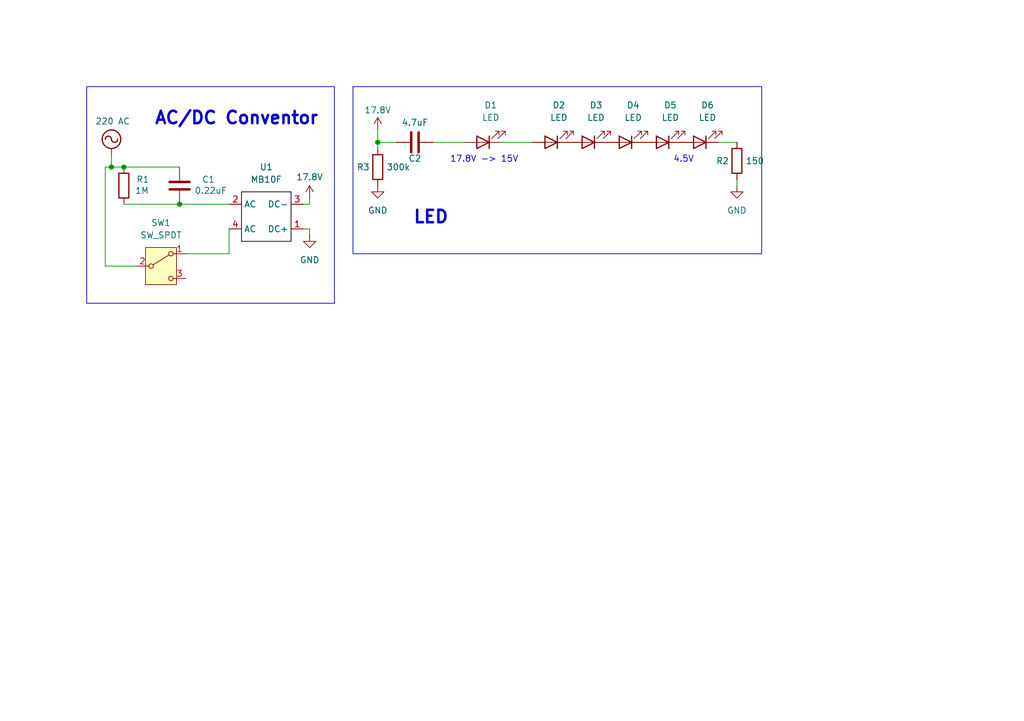
<source format=kicad_sch>
(kicad_sch (version 20250114) (generator "eeschema") (generator_version "9.0")
  (paper "A5")
  (lib_symbols
    (symbol "Device:C" (pin_numbers (hide yes)) (pin_names (offset 0.254))
      (property "Reference" "C" (at 0.635 2.54 0))
      (property "Value" "C" (at 0.635 -2.54 0))
      (symbol "C_0_1"
        (polyline (pts (xy -2.032 0.762) (xy 2.032 0.762)) (stroke (width 0.508)))
        (polyline (pts (xy -2.032 -0.762) (xy 2.032 -0.762)) (stroke (width 0.508)))
      )
      (symbol "C_1_1"
        (pin passive line (at 0 3.81 270) (length 2.794) (name "~") (number "1"))
        (pin passive line (at 0 -3.81 90) (length 2.794) (name "~") (number "2"))
      )
    )
    (symbol "Device:LED" (pin_numbers (hide yes)) (pin_names (offset 1.016) (hide yes))
      (property "Reference" "D" (at 0 2.54 0))
      (property "Value" "LED" (at 0 -2.54 0))
      (symbol "LED_0_1"
        (polyline (pts (xy -3.048 -0.762) (xy -4.572 -2.286) (xy -3.81 -2.286) (xy -4.572 -2.286) (xy -4.572 -1.524)))
        (polyline (pts (xy -1.778 -0.762) (xy -3.302 -2.286) (xy -2.54 -2.286) (xy -3.302 -2.286) (xy -3.302 -1.524)))
        (polyline (pts (xy -1.27 0) (xy 1.27 0)))
        (polyline (pts (xy -1.27 -1.27) (xy -1.27 1.27)) (stroke (width 0.254)))
        (polyline (pts (xy 1.27 -1.27) (xy 1.27 1.27) (xy -1.27 0) (xy 1.27 -1.27)) (stroke (width 0.254)))
      )
      (symbol "LED_1_1"
        (pin passive line (at -3.81 0 0) (length 2.54) (name "K") (number "1"))
        (pin passive line (at 3.81 0 180) (length 2.54) (name "A") (number "2"))
      )
    )
    (symbol "Device:R" (pin_numbers (hide yes)) (pin_names (offset 0))
      (property "Reference" "R" (at 2.032 0 90))
      (property "Value" "R" (at 0 0 90))
      (symbol "R_0_1"
        (rectangle (start -1.016 -2.54) (end 1.016 2.54) (stroke (width 0.254)))
      )
      (symbol "R_1_1"
        (pin passive line (at 0 3.81 270) (length 1.27) (name "~") (number "1"))
        (pin passive line (at 0 -3.81 90) (length 1.27) (name "~") (number "2"))
      )
    )
    (symbol "Switch:SW_SPDT" (pin_names (offset 0) (hide yes))
      (property "Reference" "SW" (at 0 5.08 0))
      (property "Value" "SW_SPDT" (at 0 -5.08 0))
      (symbol "SW_SPDT_0_1"
        (circle (center -2.032 0) (radius 0.4572))
        (polyline (pts (xy -1.651 0.254) (xy 1.651 2.286)))
        (circle (center 2.032 2.54) (radius 0.4572))
        (circle (center 2.032 -2.54) (radius 0.4572))
      )
      (symbol "SW_SPDT_1_1"
        (rectangle (start -3.175 3.81) (end 3.175 -3.81) (fill (type background)))
        (pin passive line (at -5.08 0 0) (length 2.54) (name "B") (number "2"))
        (pin passive line (at 5.08 2.54 180) (length 2.54) (name "A") (number "1"))
        (pin passive line (at 5.08 -2.54 180) (length 2.54) (name "C") (number "3"))
      )
    )
    (symbol "power:+5V" (power) (pin_numbers (hide yes)) (pin_names (offset 0) (hide yes))
      (property "Value" "+5V" (at 0 3.556 0))
      (symbol "+5V_0_1"
        (polyline (pts (xy -0.762 1.27) (xy 0 2.54)))
        (polyline (pts (xy 0 2.54) (xy 0.762 1.27)))
        (polyline (pts (xy 0 0) (xy 0 2.54)))
      )
      (symbol "+5V_1_1"
        (pin power_in line (at 0 0 90) (length 0) (name "~") (number "1"))
      )
    )
    (symbol "power:AC" (power) (pin_numbers (hide yes)) (pin_names (offset 0) (hide yes))
      (property "Value" "AC" (at 0 6.35 0))
      (symbol "AC_0_1"
        (arc (start -1.27 3.175) (mid -0.635 3.8073) (end 0 3.175) (stroke (width 0.254)))
        (circle (center 0 3.175) (radius 1.905) (stroke (width 0.254)))
        (polyline (pts (xy 0 0) (xy 0 1.27)))
        (arc (start 1.27 3.175) (mid 0.635 2.5427) (end 0 3.175) (stroke (width 0.254)))
      )
      (symbol "AC_1_1"
        (pin power_in line (at 0 0 90) (length 0) (name "~") (number "1"))
      )
    )
    (symbol "power:GND" (power) (pin_numbers (hide yes)) (pin_names (offset 0) (hide yes))
      (property "Value" "GND" (at 0 -3.81 0))
      (symbol "GND_0_1"
        (polyline (pts (xy 0 0) (xy 0 -1.27) (xy 1.27 -1.27) (xy 0 -2.54) (xy -1.27 -1.27) (xy 0 -1.27)))
      )
      (symbol "GND_1_1"
        (pin power_in line (at 0 0 270) (length 0) (name "~") (number "1"))
      )
    )
    (symbol "symb:MB10F"
      (property "Reference" "U" (at 0 0 0))
      (symbol "MB10F_1_1"
        (rectangle (start -5.08 5.08) (end 5.08 -5.08) (stroke (width 0) (color 0 0 0 1)))
        (pin input line (at -7.62 2.54 0) (length 2.54) (name "AC") (number "2"))
        (pin input line (at -7.62 -2.54 0) (length 2.54) (name "AC") (number "4"))
        (pin output line (at 7.62 2.54 180) (length 2.54) (name "DC-") (number "3"))
        (pin output line (at 7.62 -2.54 180) (length 2.54) (name "DC+") (number "1"))
      )
    )
  )
  (rectangle (start 17.78 17.78) (end 68.58 62.23))
  (rectangle (start 72.39 17.78) (end 156.21 52.07))
  (text "4.5V" (at 140.208 32.766 0) (effects (font (size 1.27 1.27))))
  (text "17.8V -> 15V" (at 99.314 32.766 0) (effects (font (size 1.27 1.27))))
  (text "AC/DC Conventor" (at 48.514 24.384 0) (effects (font (size 2.54 2.54) (thickness 0.508) (bold yes))))
  (text "LED" (at 88.392 44.704 0) (effects (font (size 2.54 2.54) (thickness 0.508) (bold yes))))
  (junction (at 36.83 41.91))
  (junction (at 25.4 34.29))
  (junction (at 77.47 29.21))
  (junction (at 22.86 34.29))
  (wire (pts (xy 151.13 36.83) (xy 151.13 38.1)))
  (wire (pts (xy 77.47 29.21) (xy 77.47 30.48)))
  (wire (pts (xy 46.99 52.07) (xy 46.99 46.99)))
  (wire (pts (xy 36.83 41.91) (xy 46.99 41.91)))
  (wire (pts (xy 81.28 29.21) (xy 77.47 29.21)))
  (wire (pts (xy 63.5 46.99) (xy 62.23 46.99)))
  (wire (pts (xy 27.94 54.61) (xy 21.59 54.61)))
  (wire (pts (xy 95.25 29.21) (xy 88.9 29.21)))
  (wire (pts (xy 21.59 34.29) (xy 21.59 54.61)))
  (wire (pts (xy 62.23 41.91) (xy 63.5 41.91)))
  (wire (pts (xy 77.47 26.67) (xy 77.47 29.21)))
  (wire (pts (xy 109.22 29.21) (xy 102.87 29.21)))
  (wire (pts (xy 63.5 40.64) (xy 63.5 41.91)))
  (wire (pts (xy 36.83 34.29) (xy 25.4 34.29)))
  (wire (pts (xy 22.86 31.75) (xy 22.86 34.29)))
  (wire (pts (xy 22.86 34.29) (xy 25.4 34.29)))
  (wire (pts (xy 63.5 46.99) (xy 63.5 48.26)))
  (wire (pts (xy 21.59 34.29) (xy 22.86 34.29)))
  (wire (pts (xy 38.1 52.07) (xy 46.99 52.07)))
  (wire (pts (xy 25.4 41.91) (xy 36.83 41.91)))
  (wire (pts (xy 151.13 29.21) (xy 147.32 29.21)))
  (symbol (lib_id "Device:C") (at 85.09 29.21 90) (unit 1)
    (property "Reference" "C2" (at 85.09 32.512 90))
    (property "Value" "4.7uF" (at 85.09 25.146 90))
    (property "Description" "Unpolarized capacitor" (effects (hide yes)))
  )
  (symbol (lib_id "power:+5V") (at 63.5 40.64 0) (unit 1)
    (property "Reference" "#PWR03" (effects (hide yes)))
    (property "Value" "17.8V" (at 63.5 36.322 0))
    (property "Description" "Power symbol creates a global label with name \"+5V\"" (effects (hide yes)))
  )
  (symbol (lib_id "power:AC") (at 22.86 31.75 0) (unit 1)
    (property "Reference" "#PWR01" (effects (hide yes)))
    (property "Value" "220 AC" (at 23.114 24.892 0))
    (property "Description" "Power symbol creates a global label with name \"AC\"" (effects (hide yes)))
  )
  (symbol (lib_id "power:+5V") (at 77.47 26.67 0) (unit 1)
    (property "Reference" "#PWR04" (effects (hide yes)))
    (property "Value" "17.8V" (at 77.47 22.606 0))
    (property "Description" "Power symbol creates a global label with name \"+5V\"" (effects (hide yes)))
  )
  (symbol (lib_id "Device:R") (at 25.4 38.1 0) (unit 1)
    (property "Reference" "R1" (at 27.94 36.8299 0) (effects (justify left)))
    (property "Value" "1M" (at 27.686 39.116 0) (effects (justify left)))
    (property "Description" "Resistor" (effects (hide yes)))
  )
  (symbol (lib_id "Device:LED") (at 135.89 29.21 180) (unit 1)
    (property "Reference" "D5" (at 137.4775 21.59 0))
    (property "Value" "LED" (at 137.4775 24.13 0))
    (property "Description" "Light emitting diode" (effects (hide yes)))
    (property "Sim.Pins" "1=K 2=A" (effects (hide yes)))
  )
  (symbol (lib_id "Device:LED") (at 143.51 29.21 180) (unit 1)
    (property "Reference" "D6" (at 145.0975 21.59 0))
    (property "Value" "LED" (at 145.0975 24.13 0))
    (property "Description" "Light emitting diode" (effects (hide yes)))
    (property "Sim.Pins" "1=K 2=A" (effects (hide yes)))
  )
  (symbol (lib_id "symb:MB10F") (at 54.61 44.45 0) (unit 1)
    (property "Reference" "U1" (at 54.61 34.29 0))
    (property "Value" "MB10F" (at 54.61 36.83 0))
    (property "Datasheet" "https://www.digikey.in/en/htmldatasheets/production/8328838/0/0/1/mb10f" (effects (hide yes)))
  )
  (symbol (lib_id "Device:LED") (at 128.27 29.21 180) (unit 1)
    (property "Reference" "D4" (at 129.8575 21.59 0))
    (property "Value" "LED" (at 129.8575 24.13 0))
    (property "Description" "Light emitting diode" (effects (hide yes)))
    (property "Sim.Pins" "1=K 2=A" (effects (hide yes)))
  )
  (symbol (lib_id "power:GND") (at 151.13 38.1 0) (unit 1)
    (property "Reference" "#PWR05" (effects (hide yes)))
    (property "Value" "GND" (at 151.13 43.18 0))
    (property "Description" "Power symbol creates a global label with name \"GND\" , ground" (effects (hide yes)))
  )
  (symbol (lib_id "power:GND") (at 63.5 48.26 0) (unit 1)
    (property "Reference" "#PWR02" (effects (hide yes)))
    (property "Value" "GND" (at 63.5 53.34 0))
    (property "Description" "Power symbol creates a global label with name \"GND\" , ground" (effects (hide yes)))
  )
  (symbol (lib_id "Device:LED") (at 120.65 29.21 180) (unit 1)
    (property "Reference" "D3" (at 122.2375 21.59 0))
    (property "Value" "LED" (at 122.2375 24.13 0))
    (property "Description" "Light emitting diode" (effects (hide yes)))
    (property "Sim.Pins" "1=K 2=A" (effects (hide yes)))
  )
  (symbol (lib_id "Device:LED") (at 99.06 29.21 180) (unit 1)
    (property "Reference" "D1" (at 100.6475 21.59 0))
    (property "Value" "LED" (at 100.6475 24.13 0))
    (property "Description" "Light emitting diode" (effects (hide yes)))
    (property "Sim.Pins" "1=K 2=A" (effects (hide yes)))
  )
  (symbol (lib_id "Switch:SW_SPDT") (at 33.02 54.61 0) (unit 1)
    (property "Reference" "SW1" (at 33.02 45.72 0))
    (property "Value" "SW_SPDT" (at 33.02 48.26 0))
    (property "Description" "Switch, single pole double throw" (effects (hide yes)))
  )
  (symbol (lib_id "Device:R") (at 77.47 34.29 0) (unit 1)
    (property "Reference" "R3" (at 73.152 34.29 0) (effects (justify left)))
    (property "Value" "300k" (at 79.248 34.29 0) (effects (justify left)))
    (property "Description" "Resistor" (effects (hide yes)))
  )
  (symbol (lib_id "Device:C") (at 36.83 38.1 0) (unit 1)
    (property "Reference" "C1" (at 41.402 36.83 0) (effects (justify left)))
    (property "Value" "0.22uF" (at 39.878 39.116 0) (effects (justify left)))
    (property "Datasheet" "https://www.dart.ru/cataloguenew/capacitors/dip/film-cap/cbb22.shtml" (effects (hide yes)))
    (property "Description" "Unpolarized capacitor" (effects (hide yes)))
  )
  (symbol (lib_id "Device:LED") (at 113.03 29.21 180) (unit 1)
    (property "Reference" "D2" (at 114.6175 21.59 0))
    (property "Value" "LED" (at 114.6175 24.13 0))
    (property "Description" "Light emitting diode" (effects (hide yes)))
    (property "Sim.Pins" "1=K 2=A" (effects (hide yes)))
  )
  (symbol (lib_id "power:GND") (at 77.47 38.1 0) (unit 1)
    (property "Reference" "#PWR06" (effects (hide yes)))
    (property "Value" "GND" (at 77.47 43.18 0))
    (property "Description" "Power symbol creates a global label with name \"GND\" , ground" (effects (hide yes)))
  )
  (symbol (lib_id "Device:R") (at 151.13 33.02 0) (unit 1)
    (property "Reference" "R2" (at 146.812 33.02 0) (effects (justify left)))
    (property "Value" "150" (at 152.908 33.02 0) (effects (justify left)))
    (property "Description" "Resistor" (effects (hide yes)))
  )
)
</source>
